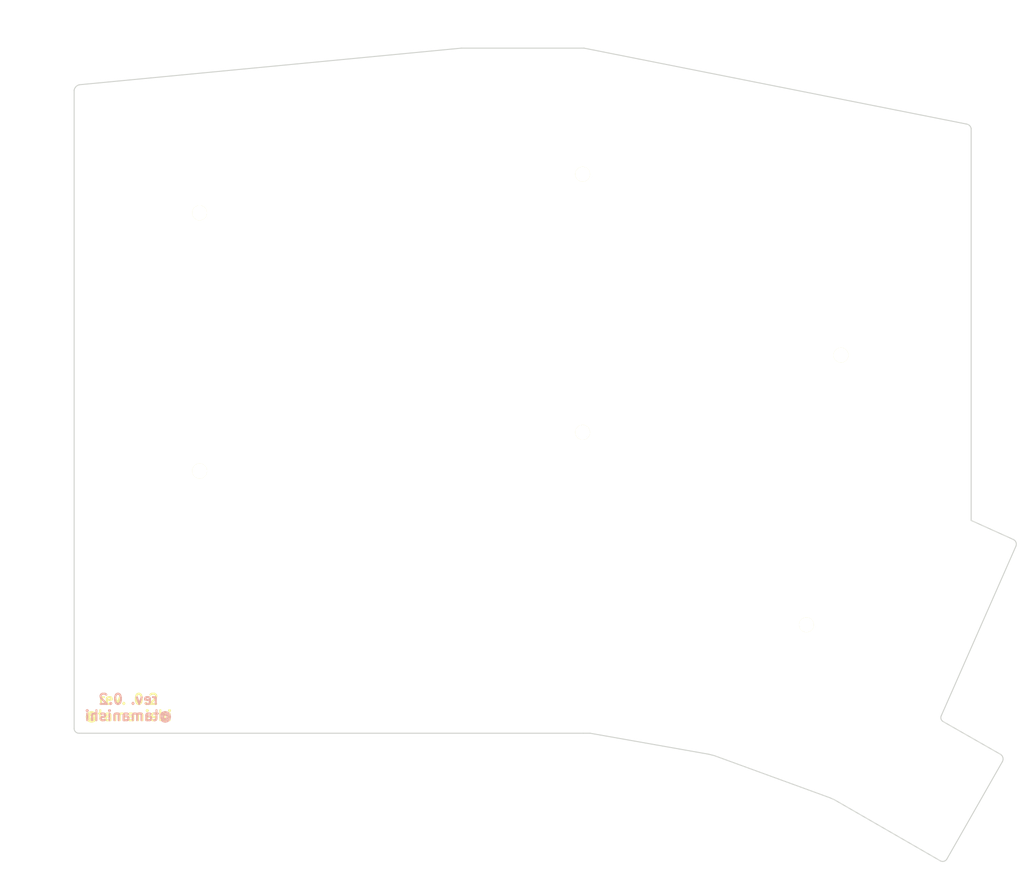
<source format=kicad_pcb>
(kicad_pcb (version 20171130) (host pcbnew 5.0.1-33cea8e~68~ubuntu16.04.1)

  (general
    (thickness 1.6)
    (drawings 27)
    (tracks 0)
    (zones 0)
    (modules 6)
    (nets 2)
  )

  (page A4)
  (title_block
    (title "Pinky PCB Design")
    (date 2018-12-02)
    (rev 0.2)
    (company @tamanishi)
  )

  (layers
    (0 F.Cu signal)
    (31 B.Cu signal)
    (32 B.Adhes user hide)
    (33 F.Adhes user hide)
    (34 B.Paste user hide)
    (35 F.Paste user hide)
    (36 B.SilkS user)
    (37 F.SilkS user)
    (38 B.Mask user hide)
    (39 F.Mask user hide)
    (40 Dwgs.User user)
    (41 Cmts.User user hide)
    (42 Eco1.User user hide)
    (43 Eco2.User user)
    (44 Edge.Cuts user)
    (45 Margin user hide)
    (46 B.CrtYd user)
    (47 F.CrtYd user)
    (48 B.Fab user hide)
    (49 F.Fab user hide)
  )

  (setup
    (last_trace_width 0.25)
    (user_trace_width 0.5)
    (trace_clearance 0.2)
    (zone_clearance 0.508)
    (zone_45_only no)
    (trace_min 0.2)
    (segment_width 0.15)
    (edge_width 0.15)
    (via_size 0.6)
    (via_drill 0.4)
    (via_min_size 0.4)
    (via_min_drill 0.3)
    (uvia_size 0.4)
    (uvia_drill 0.3)
    (uvias_allowed no)
    (uvia_min_size 0.4)
    (uvia_min_drill 0.3)
    (pcb_text_width 0.3)
    (pcb_text_size 1.5 1.5)
    (mod_edge_width 0.15)
    (mod_text_size 1 1)
    (mod_text_width 0.15)
    (pad_size 5 5)
    (pad_drill 4.8)
    (pad_to_mask_clearance 0.2)
    (solder_mask_min_width 0.25)
    (aux_axis_origin 41 35.2)
    (visible_elements FFF9AE1F)
    (pcbplotparams
      (layerselection 0x010f0_ffffffff)
      (usegerberextensions false)
      (usegerberattributes false)
      (usegerberadvancedattributes false)
      (creategerberjobfile false)
      (excludeedgelayer true)
      (linewidth 0.100000)
      (plotframeref false)
      (viasonmask false)
      (mode 1)
      (useauxorigin false)
      (hpglpennumber 1)
      (hpglpenspeed 20)
      (hpglpendiameter 15.000000)
      (psnegative false)
      (psa4output false)
      (plotreference true)
      (plotvalue true)
      (plotinvisibletext false)
      (padsonsilk false)
      (subtractmaskfromsilk false)
      (outputformat 1)
      (mirror false)
      (drillshape 0)
      (scaleselection 1)
      (outputdirectory "Gerber/"))
  )

  (net 0 "")
  (net 1 GND)

  (net_class Default "This is the default net class."
    (clearance 0.2)
    (trace_width 0.25)
    (via_dia 0.6)
    (via_drill 0.4)
    (uvia_dia 0.4)
    (uvia_drill 0.3)
  )

  (module kbd:HOLE_M2 (layer F.Cu) (tedit 59FDD40D) (tstamp 5BDF2E30)
    (at 154.1 80.5)
    (fp_text reference Ref** (at 0 -2) (layer F.SilkS) hide
      (effects (font (size 0.29972 0.29972) (thickness 0.07493)))
    )
    (fp_text value Val** (at 0 1.75) (layer F.SilkS) hide
      (effects (font (size 0.29972 0.29972) (thickness 0.0762)))
    )
    (pad "" np_thru_hole circle (at 0 0) (size 2.2 2.2) (drill 2.2) (layers *.Cu *.Mask F.SilkS)
      (clearance 0.85))
  )

  (module kbd:HOLE_M2 (layer F.Cu) (tedit 59FDD40D) (tstamp 5C0A86C7)
    (at 149 120.3)
    (fp_text reference Ref** (at 0 -2) (layer F.SilkS) hide
      (effects (font (size 0.29972 0.29972) (thickness 0.07493)))
    )
    (fp_text value Val** (at 0 1.75) (layer F.SilkS) hide
      (effects (font (size 0.29972 0.29972) (thickness 0.0762)))
    )
    (pad "" np_thru_hole circle (at 0 0) (size 2.2 2.2) (drill 2.2) (layers *.Cu *.Mask F.SilkS)
      (clearance 0.85))
  )

  (module kbd:HOLE_M2 (layer F.Cu) (tedit 59FDD40D) (tstamp 5BDF1C81)
    (at 59.5 59.5)
    (fp_text reference Ref** (at 0 -2) (layer F.SilkS) hide
      (effects (font (size 0.29972 0.29972) (thickness 0.07493)))
    )
    (fp_text value Val** (at 0 1.75) (layer F.SilkS) hide
      (effects (font (size 0.29972 0.29972) (thickness 0.0762)))
    )
    (pad "" np_thru_hole circle (at 0 0) (size 2.2 2.2) (drill 2.2) (layers *.Cu *.Mask F.SilkS)
      (clearance 0.85))
  )

  (module kbd:HOLE_M2 (layer F.Cu) (tedit 59FDD40D) (tstamp 5BDF1C89)
    (at 59.5 97.6)
    (fp_text reference Ref** (at 0 -2) (layer F.SilkS) hide
      (effects (font (size 0.29972 0.29972) (thickness 0.07493)))
    )
    (fp_text value Val** (at 0 1.75) (layer F.SilkS) hide
      (effects (font (size 0.29972 0.29972) (thickness 0.0762)))
    )
    (pad "" np_thru_hole circle (at 0 0) (size 2.2 2.2) (drill 2.2) (layers *.Cu *.Mask F.SilkS)
      (clearance 0.85))
  )

  (module kbd:HOLE_M2 (layer F.Cu) (tedit 59FDD40D) (tstamp 5BDED7EA)
    (at 116 53.8)
    (fp_text reference Ref** (at 0 -2) (layer F.SilkS) hide
      (effects (font (size 0.29972 0.29972) (thickness 0.07493)))
    )
    (fp_text value Val** (at 0 1.75) (layer F.SilkS) hide
      (effects (font (size 0.29972 0.29972) (thickness 0.0762)))
    )
    (pad "" np_thru_hole circle (at 0 0) (size 2.2 2.2) (drill 2.2) (layers *.Cu *.Mask F.SilkS)
      (clearance 0.85))
  )

  (module kbd:HOLE_M2 (layer F.Cu) (tedit 59FDD40D) (tstamp 5BDF1C99)
    (at 116 91.9)
    (fp_text reference Ref** (at 0 -2) (layer F.SilkS) hide
      (effects (font (size 0.29972 0.29972) (thickness 0.07493)))
    )
    (fp_text value Val** (at 0 1.75) (layer F.SilkS) hide
      (effects (font (size 0.29972 0.29972) (thickness 0.0762)))
    )
    (pad "" np_thru_hole circle (at 0 0) (size 2.2 2.2) (drill 2.2) (layers *.Cu *.Mask F.SilkS)
      (clearance 0.85))
  )

  (gr_text "rev. 0.2\n@tamanishi" (at 49 132.5) (layer B.SilkS)
    (effects (font (size 1.5 1.5) (thickness 0.3)) (justify mirror))
  )
  (gr_text "rev. 0.2\n@tamanishi" (at 49 132.5) (layer F.SilkS)
    (effects (font (size 1.5 1.5) (thickness 0.3)))
  )
  (dimension 139.1 (width 0.3) (layer Dwgs.User)
    (gr_text "139.100 mm" (at 110.55 29.2) (layer Dwgs.User)
      (effects (font (size 1.5 1.5) (thickness 0.3)))
    )
    (feature1 (pts (xy 180.1 35.2) (xy 180.1 30.713579)))
    (feature2 (pts (xy 41 35.2) (xy 41 30.713579)))
    (crossbar (pts (xy 41 31.3) (xy 180.1 31.3)))
    (arrow1a (pts (xy 180.1 31.3) (xy 178.973496 31.886421)))
    (arrow1b (pts (xy 180.1 31.3) (xy 178.973496 30.713579)))
    (arrow2a (pts (xy 41 31.3) (xy 42.126504 31.886421)))
    (arrow2b (pts (xy 41 31.3) (xy 42.126504 30.713579)))
  )
  (dimension 119.9 (width 0.3) (layer Dwgs.User)
    (gr_text "119.900 mm" (at 35.6 95.15 270) (layer Dwgs.User)
      (effects (font (size 1.5 1.5) (thickness 0.3)))
    )
    (feature1 (pts (xy 40.962414 155.1) (xy 37.113579 155.1)))
    (feature2 (pts (xy 40.962414 35.2) (xy 37.113579 35.2)))
    (crossbar (pts (xy 37.7 35.2) (xy 37.7 155.1)))
    (arrow1a (pts (xy 37.7 155.1) (xy 37.113579 153.973496)))
    (arrow1b (pts (xy 37.7 155.1) (xy 38.286421 153.973496)))
    (arrow2a (pts (xy 37.7 35.2) (xy 37.113579 36.326504)))
    (arrow2b (pts (xy 37.7 35.2) (xy 38.286421 36.326504)))
  )
  (gr_line (start 116.1 136.3) (end 41.7 136.3) (layer Edge.Cuts) (width 0.15))
  (gr_line (start 116.1 136.3) (end 117.1 136.3) (layer Edge.Cuts) (width 0.15))
  (gr_line (start 179.5 107.7) (end 173.3 104.9) (layer Edge.Cuts) (width 0.15))
  (gr_line (start 168.9 133.7) (end 179.9 108.7) (layer Edge.Cuts) (width 0.15))
  (gr_arc (start 41.999999 41.599999) (end 41.8 40.6) (angle -69.2) (layer Edge.Cuts) (width 0.15))
  (gr_arc (start 172.5 47.2) (end 173.3 47.1) (angle -75.7) (layer Edge.Cuts) (width 0.15))
  (gr_arc (start 179.2 108.4) (end 179.9 108.7) (angle -90) (layer Edge.Cuts) (width 0.15) (tstamp 5C024767))
  (gr_arc (start 169.1 154.5) (end 168.7 155.1) (angle -90) (layer Edge.Cuts) (width 0.15))
  (gr_arc (start 177.2 140.1) (end 177.9 140.5) (angle -90) (layer Edge.Cuts) (width 0.15))
  (gr_arc (start 41.7 135.6) (end 41 135.6) (angle -90) (layer Edge.Cuts) (width 0.15))
  (gr_line (start 152.4 145.8) (end 153.1 146.1) (layer Edge.Cuts) (width 0.15))
  (gr_arc (start 169.5 134) (end 168.9 133.7) (angle -90) (layer Edge.Cuts) (width 0.15))
  (gr_line (start 134.6 139.4) (end 135.4 139.6) (layer Edge.Cuts) (width 0.15))
  (gr_line (start 153.1 146.1) (end 168.7 155.1) (layer Edge.Cuts) (width 0.15))
  (gr_line (start 135.4 139.6) (end 152.4 145.8) (layer Edge.Cuts) (width 0.15))
  (gr_line (start 117.1 136.3) (end 134.6 139.4) (layer Edge.Cuts) (width 0.15))
  (gr_line (start 177.9 140.5) (end 169.7 154.9) (layer Edge.Cuts) (width 0.15))
  (gr_line (start 169.2 134.6) (end 177.6 139.4) (layer Edge.Cuts) (width 0.15))
  (gr_line (start 173.3 47.1) (end 173.3 104.9) (layer Edge.Cuts) (width 0.15))
  (gr_line (start 116.2 35.2) (end 172.6 46.4) (layer Edge.Cuts) (width 0.15))
  (gr_line (start 98.1 35.2) (end 116.2 35.2) (layer Edge.Cuts) (width 0.15))
  (gr_line (start 41.8 40.6) (end 98.1 35.2) (layer Edge.Cuts) (width 0.15))
  (gr_line (start 41 135.6) (end 41 41.4) (layer Edge.Cuts) (width 0.15))

  (zone (net 1) (net_name GND) (layer F.Cu) (tstamp 0) (hatch edge 0.508)
    (connect_pads (clearance 0.508))
    (min_thickness 0.254)
    (fill yes (arc_segments 16) (thermal_gap 0.508) (thermal_bridge_width 0.508))
    (polygon
      (pts
        (xy 40.5 34.6) (xy 180.9 34.5) (xy 181.1 158) (xy 107.1 146.1) (xy 40.3 146.1)
      )
    )
  )
  (zone (net 1) (net_name GND) (layer B.Cu) (tstamp 0) (hatch edge 0.508)
    (connect_pads (clearance 0.508))
    (min_thickness 0.254)
    (fill yes (arc_segments 16) (thermal_gap 0.508) (thermal_bridge_width 0.508))
    (polygon
      (pts
        (xy 40.5 34.6) (xy 181 34.5) (xy 181.1 158) (xy 107.1 146.1) (xy 40.4 146.1)
        (xy 40.3 146.1)
      )
    )
  )
)

</source>
